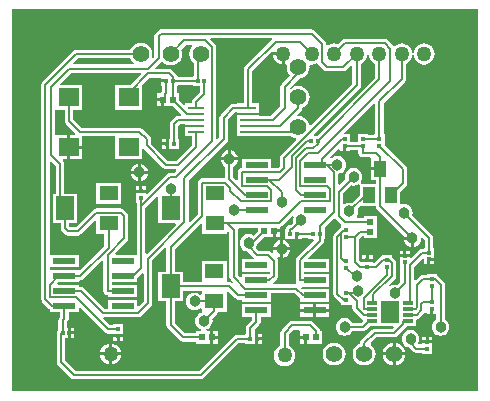
<source format=gtl>
G04 Layer_Physical_Order=1*
G04 Layer_Color=255*
%FSLAX24Y24*%
%MOIN*%
G70*
G01*
G75*
%ADD10R,0.0630X0.0512*%
%ADD11R,0.0630X0.0787*%
%ADD12R,0.0134X0.0142*%
%ADD13R,0.0213X0.0236*%
%ADD14R,0.0780X0.0210*%
%ADD15R,0.0708X0.0629*%
%ADD16R,0.0520X0.0110*%
%ADD17R,0.0236X0.0213*%
%ADD18R,0.0320X0.0120*%
%ADD19R,0.0630X0.0740*%
%ADD20R,0.0142X0.0134*%
%ADD21R,0.0394X0.0551*%
%ADD22C,0.0080*%
%ADD23C,0.0550*%
%ADD24C,0.0500*%
%ADD25C,0.0380*%
G36*
X0Y0D02*
X-15550D01*
Y12750D01*
X0D01*
Y0D01*
D02*
G37*
%LPC*%
G36*
X-11829Y1800D02*
X-11950D01*
Y1683D01*
X-11829D01*
Y1800D01*
D02*
G37*
G36*
X-12050D02*
X-12171D01*
Y1683D01*
X-12050D01*
Y1800D01*
D02*
G37*
G36*
X-1529Y1817D02*
X-1650D01*
Y1700D01*
X-1529D01*
Y1817D01*
D02*
G37*
G36*
X-1750D02*
X-1871D01*
Y1700D01*
X-1750D01*
Y1817D01*
D02*
G37*
G36*
X-5789Y1750D02*
X-5945D01*
Y1582D01*
X-5789D01*
Y1750D01*
D02*
G37*
G36*
X-2750Y1622D02*
Y1300D01*
X-2428D01*
X-2435Y1348D01*
X-2472Y1439D01*
X-2533Y1517D01*
X-2611Y1578D01*
X-2702Y1615D01*
X-2750Y1622D01*
D02*
G37*
G36*
X-2850D02*
X-2898Y1615D01*
X-2989Y1578D01*
X-3067Y1517D01*
X-3128Y1439D01*
X-3165Y1348D01*
X-3172Y1300D01*
X-2850D01*
Y1622D01*
D02*
G37*
G36*
X-8668Y1750D02*
X-8824D01*
Y1582D01*
X-8668D01*
Y1750D01*
D02*
G37*
G36*
X-7206Y1700D02*
X-7323D01*
Y1579D01*
X-7206D01*
Y1700D01*
D02*
G37*
G36*
X-13463Y1900D02*
X-13580D01*
Y1779D01*
X-13463D01*
Y1900D01*
D02*
G37*
G36*
X-5503Y2905D02*
X-5943D01*
Y2750D01*
X-5503D01*
Y2905D01*
D02*
G37*
G36*
X-4963D02*
X-5403D01*
Y2750D01*
X-4963D01*
Y2905D01*
D02*
G37*
G36*
X-5503Y2650D02*
X-5943D01*
Y2495D01*
X-5503D01*
Y2650D01*
D02*
G37*
G36*
X-4963D02*
X-5403D01*
Y2495D01*
X-4963D01*
Y2650D01*
D02*
G37*
G36*
X-1472Y4350D02*
X-1593D01*
Y4233D01*
X-1472D01*
Y4350D01*
D02*
G37*
G36*
X-8668Y2018D02*
X-8824D01*
Y1850D01*
X-8668D01*
Y2018D01*
D02*
G37*
G36*
X-7206Y1921D02*
X-7323D01*
Y1800D01*
X-7206D01*
Y1921D01*
D02*
G37*
G36*
X-5600Y2343D02*
X-5600Y2343D01*
X-6210D01*
X-6210Y2343D01*
X-6264Y2332D01*
X-6310Y2301D01*
X-6310Y2301D01*
X-6551Y2060D01*
X-6582Y2014D01*
X-6593Y1960D01*
X-6593Y1960D01*
Y1520D01*
X-6627Y1506D01*
X-6700Y1450D01*
X-6756Y1377D01*
X-6791Y1291D01*
X-6803Y1200D01*
X-6791Y1109D01*
X-6756Y1023D01*
X-6700Y950D01*
X-6627Y894D01*
X-6541Y859D01*
X-6450Y847D01*
X-6359Y859D01*
X-6273Y894D01*
X-6200Y950D01*
X-6144Y1023D01*
X-6109Y1109D01*
X-6097Y1200D01*
X-6109Y1291D01*
X-6144Y1377D01*
X-6200Y1450D01*
X-6273Y1506D01*
X-6307Y1520D01*
Y1900D01*
X-6150Y2057D01*
X-5971D01*
X-5945Y2018D01*
Y1850D01*
X-5739D01*
Y1800D01*
X-5689D01*
Y1582D01*
X-5194D01*
Y2018D01*
X-5261D01*
X-5268Y2055D01*
X-5299Y2101D01*
X-5299Y2101D01*
X-5499Y2301D01*
X-5545Y2332D01*
X-5600Y2343D01*
D02*
G37*
G36*
X-13463Y2121D02*
X-13580D01*
Y2000D01*
X-13463D01*
Y2121D01*
D02*
G37*
G36*
X-12300Y1200D02*
X-12596D01*
X-12591Y1159D01*
X-12556Y1073D01*
X-12500Y1000D01*
X-12427Y944D01*
X-12341Y909D01*
X-12300Y904D01*
Y1200D01*
D02*
G37*
G36*
X-11904D02*
X-12200D01*
Y904D01*
X-12159Y909D01*
X-12073Y944D01*
X-12000Y1000D01*
X-11944Y1073D01*
X-11909Y1159D01*
X-11904Y1200D01*
D02*
G37*
G36*
X-2850D02*
X-3172D01*
X-3165Y1152D01*
X-3128Y1061D01*
X-3067Y983D01*
X-2989Y922D01*
X-2898Y885D01*
X-2850Y878D01*
Y1200D01*
D02*
G37*
G36*
X-2428D02*
X-2750D01*
Y878D01*
X-2702Y885D01*
X-2611Y922D01*
X-2533Y983D01*
X-2472Y1061D01*
X-2435Y1152D01*
X-2428Y1200D01*
D02*
G37*
G36*
X-2250Y2042D02*
X-2326Y2033D01*
X-2396Y2003D01*
X-2457Y1957D01*
X-2503Y1896D01*
X-2533Y1826D01*
X-2542Y1750D01*
X-2533Y1674D01*
X-2503Y1604D01*
X-2457Y1543D01*
X-2396Y1497D01*
X-2326Y1467D01*
X-2318Y1467D01*
X-2180Y1329D01*
X-2180Y1329D01*
X-2134Y1298D01*
X-2080Y1287D01*
X-2080Y1287D01*
X-1871D01*
Y1263D01*
X-1529D01*
Y1483D01*
Y1600D01*
X-1700D01*
X-1871D01*
Y1572D01*
X-1958D01*
X-1967Y1579D01*
X-1989Y1622D01*
X-1967Y1674D01*
X-1957Y1750D01*
X-1967Y1826D01*
X-1997Y1896D01*
X-2043Y1957D01*
X-2104Y2003D01*
X-2174Y2033D01*
X-2250Y2042D01*
D02*
G37*
G36*
X-12200Y1596D02*
Y1300D01*
X-11904D01*
X-11909Y1341D01*
X-11944Y1427D01*
X-12000Y1500D01*
X-12073Y1556D01*
X-12159Y1591D01*
X-12200Y1596D01*
D02*
G37*
G36*
X-5550Y12073D02*
X-5550Y12073D01*
X-10570D01*
X-10570Y12073D01*
X-10625Y12062D01*
X-10671Y12031D01*
X-10671Y12031D01*
X-10751Y11951D01*
X-10782Y11905D01*
X-10793Y11850D01*
X-10793Y11850D01*
Y11164D01*
X-10849Y11108D01*
X-10891Y11136D01*
X-10885Y11152D01*
X-10872Y11250D01*
X-10885Y11348D01*
X-10922Y11439D01*
X-10983Y11517D01*
X-11061Y11578D01*
X-11152Y11615D01*
X-11250Y11628D01*
X-11348Y11615D01*
X-11439Y11578D01*
X-11517Y11517D01*
X-11578Y11439D01*
X-11597Y11393D01*
X-13400D01*
X-13400Y11393D01*
X-13455Y11382D01*
X-13501Y11351D01*
X-13501Y11351D01*
X-14524Y10328D01*
X-14555Y10281D01*
X-14566Y10227D01*
X-14566Y10227D01*
Y3073D01*
X-14566Y3073D01*
X-14555Y3019D01*
X-14524Y2972D01*
X-14301Y2749D01*
X-14301Y2749D01*
X-14283Y2737D01*
Y2645D01*
X-13936D01*
Y2486D01*
X-13951Y2471D01*
X-13982Y2425D01*
X-13993Y2370D01*
X-13993Y2370D01*
Y2121D01*
X-14017D01*
Y2027D01*
X-14032Y2005D01*
X-14043Y1950D01*
Y980D01*
X-14043Y980D01*
X-14032Y925D01*
X-14001Y879D01*
X-13571Y449D01*
X-13571Y449D01*
X-13525Y418D01*
X-13470Y407D01*
X-13470Y407D01*
X-9250D01*
X-9250Y407D01*
X-9195Y418D01*
X-9149Y449D01*
X-7991Y1607D01*
X-7760D01*
Y1579D01*
X-7423D01*
Y1750D01*
Y1921D01*
X-7451D01*
Y2061D01*
X-7292Y2219D01*
X-7292Y2219D01*
X-7261Y2265D01*
X-7251Y2320D01*
X-7251Y2320D01*
Y2495D01*
X-6903D01*
Y2905D01*
X-7883D01*
Y2495D01*
X-7536D01*
Y2379D01*
X-7694Y2221D01*
X-7725Y2175D01*
X-7736Y2120D01*
X-7736Y2120D01*
Y1921D01*
X-7760D01*
Y1893D01*
X-8050D01*
X-8105Y1882D01*
X-8151Y1851D01*
X-8151Y1851D01*
X-9309Y693D01*
X-13411D01*
X-13757Y1039D01*
Y1779D01*
X-13680D01*
Y1950D01*
Y2121D01*
X-13707D01*
Y2311D01*
X-13692Y2326D01*
X-13692Y2326D01*
X-13661Y2372D01*
X-13651Y2427D01*
X-13651Y2427D01*
Y2645D01*
X-13303D01*
Y2766D01*
X-13257Y2785D01*
X-12441Y1970D01*
X-12441Y1970D01*
X-12395Y1939D01*
X-12340Y1928D01*
X-12340Y1928D01*
X-12171D01*
Y1900D01*
X-12000D01*
X-11829D01*
Y1904D01*
Y2237D01*
X-12171D01*
Y2213D01*
X-12281D01*
X-12495Y2427D01*
X-12475Y2477D01*
X-11340D01*
X-11340Y2477D01*
X-11285Y2488D01*
X-11239Y2519D01*
X-10909Y2849D01*
X-10909Y2849D01*
X-10878Y2895D01*
X-10867Y2950D01*
Y4371D01*
X-10443Y4795D01*
X-10393Y4775D01*
Y3994D01*
X-10665D01*
Y3006D01*
X-10393D01*
Y2210D01*
X-10393Y2210D01*
X-10382Y2155D01*
X-10351Y2109D01*
X-9941Y1699D01*
X-9941Y1699D01*
X-9895Y1668D01*
X-9840Y1657D01*
X-9840Y1657D01*
X-9419D01*
Y1582D01*
X-8924D01*
Y1800D01*
Y2018D01*
X-9046D01*
X-9056Y2068D01*
X-8999Y2092D01*
X-8938Y2138D01*
X-8892Y2199D01*
X-8862Y2269D01*
X-8852Y2345D01*
X-8862Y2421D01*
X-8864Y2424D01*
X-8692Y2596D01*
X-8692Y2596D01*
X-8661Y2642D01*
X-8661Y2644D01*
X-8378D01*
Y3306D01*
X-8328Y3326D01*
X-8101Y3099D01*
X-8101Y3099D01*
X-8055Y3068D01*
X-8000Y3057D01*
X-8000Y3057D01*
X-7883D01*
Y2995D01*
X-6903D01*
Y3287D01*
X-6142D01*
X-5954Y3099D01*
X-5954Y3099D01*
X-5943Y3092D01*
Y2995D01*
X-4963D01*
Y3405D01*
X-5856D01*
X-5896Y3445D01*
X-5876Y3495D01*
X-4963D01*
Y3905D01*
X-5801D01*
Y3995D01*
X-4963D01*
Y4405D01*
X-5637D01*
X-5656Y4451D01*
X-5179Y4929D01*
X-5179Y4929D01*
X-5148Y4975D01*
X-5137Y5030D01*
X-5137Y5030D01*
Y5079D01*
X-5113D01*
Y5421D01*
X-5113D01*
X-5117Y5471D01*
X-4822Y5766D01*
X-4758Y5760D01*
X-4751Y5749D01*
X-4582Y5580D01*
X-4564Y5537D01*
X-4564Y5537D01*
Y5483D01*
X-4581Y5471D01*
X-4581Y5471D01*
X-4671Y5381D01*
X-4671Y5381D01*
X-4791Y5261D01*
X-4822Y5215D01*
X-4833Y5160D01*
X-4833Y5160D01*
Y3260D01*
X-4833Y3260D01*
X-4822Y3205D01*
X-4791Y3159D01*
X-4581Y2949D01*
X-4581Y2949D01*
X-4564Y2938D01*
Y2883D01*
X-4222D01*
X-4193Y2845D01*
Y2780D01*
X-4193Y2780D01*
X-4182Y2725D01*
X-4151Y2679D01*
X-3921Y2449D01*
X-3921Y2449D01*
X-3875Y2418D01*
X-3858Y2415D01*
X-3841Y2361D01*
X-3909Y2293D01*
X-4195D01*
X-4197Y2296D01*
X-4243Y2357D01*
X-4304Y2403D01*
X-4374Y2433D01*
X-4450Y2442D01*
X-4526Y2433D01*
X-4596Y2403D01*
X-4657Y2357D01*
X-4703Y2296D01*
X-4733Y2226D01*
X-4742Y2150D01*
X-4733Y2074D01*
X-4703Y2004D01*
X-4657Y1943D01*
X-4596Y1897D01*
X-4526Y1867D01*
X-4450Y1857D01*
X-4374Y1867D01*
X-4304Y1897D01*
X-4243Y1943D01*
X-4197Y2004D01*
X-4195Y2007D01*
X-3850D01*
X-3850Y2007D01*
X-3795Y2018D01*
X-3749Y2049D01*
X-3608Y2190D01*
X-3358D01*
Y2180D01*
X-2827D01*
X-2808Y2134D01*
X-2849Y2093D01*
X-3450D01*
X-3450Y2093D01*
X-3505Y2082D01*
X-3551Y2051D01*
X-3551Y2051D01*
X-3901Y1701D01*
X-3932Y1655D01*
X-3943Y1600D01*
X-3943Y1600D01*
Y1597D01*
X-3989Y1578D01*
X-4067Y1517D01*
X-4128Y1439D01*
X-4165Y1348D01*
X-4178Y1250D01*
X-4165Y1152D01*
X-4128Y1061D01*
X-4067Y983D01*
X-3989Y922D01*
X-3898Y885D01*
X-3800Y872D01*
X-3702Y885D01*
X-3611Y922D01*
X-3533Y983D01*
X-3472Y1061D01*
X-3435Y1152D01*
X-3422Y1250D01*
X-3435Y1348D01*
X-3472Y1439D01*
X-3533Y1517D01*
X-3576Y1551D01*
X-3581Y1617D01*
X-3391Y1807D01*
X-2790D01*
X-2790Y1807D01*
X-2735Y1818D01*
X-2689Y1849D01*
X-2399Y2139D01*
X-2399Y2139D01*
X-2368Y2185D01*
X-2367Y2190D01*
X-2083D01*
Y2374D01*
X-2050Y2407D01*
X-1995Y2418D01*
X-1949Y2449D01*
X-1791Y2608D01*
X-1791Y2608D01*
X-1771Y2637D01*
X-1721Y2622D01*
Y2583D01*
X-1600D01*
Y2750D01*
X-1500D01*
Y2583D01*
X-1393D01*
Y2405D01*
X-1396Y2403D01*
X-1457Y2357D01*
X-1503Y2296D01*
X-1533Y2226D01*
X-1542Y2150D01*
X-1533Y2074D01*
X-1503Y2004D01*
X-1457Y1943D01*
X-1396Y1897D01*
X-1326Y1867D01*
X-1250Y1857D01*
X-1174Y1867D01*
X-1104Y1897D01*
X-1043Y1943D01*
X-997Y2004D01*
X-967Y2074D01*
X-957Y2150D01*
X-967Y2226D01*
X-997Y2296D01*
X-1043Y2357D01*
X-1104Y2403D01*
X-1107Y2405D01*
Y3550D01*
X-1107Y3550D01*
X-1118Y3605D01*
X-1149Y3651D01*
X-1149Y3651D01*
X-1349Y3851D01*
X-1379Y3871D01*
Y3917D01*
X-1721D01*
Y3893D01*
X-1840D01*
X-1840Y3893D01*
X-1895Y3882D01*
X-1941Y3851D01*
X-1941Y3851D01*
X-2081Y3711D01*
X-2127Y3730D01*
Y4161D01*
X-1864Y4424D01*
X-1814Y4403D01*
Y4233D01*
X-1693D01*
Y4400D01*
X-1643D01*
Y4450D01*
X-1472D01*
Y4454D01*
Y4787D01*
X-1501D01*
Y5123D01*
X-1511Y5178D01*
X-1542Y5224D01*
X-1542Y5224D01*
X-2199Y5881D01*
X-2197Y5884D01*
X-2188Y5960D01*
X-2197Y6036D01*
X-2227Y6106D01*
X-2273Y6167D01*
X-2334Y6213D01*
X-2404Y6243D01*
X-2480Y6252D01*
X-2553Y6243D01*
X-2566Y6243D01*
X-2603Y6268D01*
Y6645D01*
X-2399Y6849D01*
X-2399Y6849D01*
X-2368Y6895D01*
X-2357Y6950D01*
Y7400D01*
X-2357Y7400D01*
X-2368Y7455D01*
X-2399Y7501D01*
X-2399Y7501D01*
X-3122Y8224D01*
Y8567D01*
X-3151D01*
Y9621D01*
X-2449Y10322D01*
X-2418Y10369D01*
X-2407Y10423D01*
X-2407Y10423D01*
Y10930D01*
X-2373Y10944D01*
X-2300Y11000D01*
X-2244Y11073D01*
X-2209Y11159D01*
X-2200Y11225D01*
X-2200Y11225D01*
X-2150D01*
X-2150Y11225D01*
X-2141Y11159D01*
X-2106Y11073D01*
X-2050Y11000D01*
X-1977Y10944D01*
X-1891Y10909D01*
X-1800Y10897D01*
X-1709Y10909D01*
X-1623Y10944D01*
X-1550Y11000D01*
X-1494Y11073D01*
X-1459Y11159D01*
X-1447Y11250D01*
X-1459Y11341D01*
X-1494Y11427D01*
X-1550Y11500D01*
X-1623Y11556D01*
X-1709Y11591D01*
X-1800Y11603D01*
X-1891Y11591D01*
X-1977Y11556D01*
X-2050Y11500D01*
X-2106Y11427D01*
X-2141Y11341D01*
X-2150Y11275D01*
X-2150Y11275D01*
X-2200D01*
X-2200Y11275D01*
X-2209Y11341D01*
X-2244Y11427D01*
X-2300Y11500D01*
X-2373Y11556D01*
X-2459Y11591D01*
X-2550Y11603D01*
X-2641Y11591D01*
X-2727Y11556D01*
X-2779Y11516D01*
X-2793Y11512D01*
X-2835Y11519D01*
X-2844Y11524D01*
X-2849Y11531D01*
X-2849Y11531D01*
X-3019Y11701D01*
X-3065Y11732D01*
X-3120Y11743D01*
X-3120Y11743D01*
X-4450D01*
X-4450Y11743D01*
X-4505Y11732D01*
X-4551Y11701D01*
X-4551Y11701D01*
X-4675Y11577D01*
X-4709Y11591D01*
X-4800Y11603D01*
X-4891Y11591D01*
X-4977Y11556D01*
X-5007Y11532D01*
X-5057Y11557D01*
Y11580D01*
X-5057Y11580D01*
X-5068Y11635D01*
X-5099Y11681D01*
X-5099Y11681D01*
X-5449Y12031D01*
X-5495Y12062D01*
X-5550Y12073D01*
D02*
G37*
G36*
X-4800Y1628D02*
X-4898Y1615D01*
X-4989Y1578D01*
X-5067Y1517D01*
X-5128Y1439D01*
X-5165Y1348D01*
X-5178Y1250D01*
X-5165Y1152D01*
X-5128Y1061D01*
X-5067Y983D01*
X-4989Y922D01*
X-4898Y885D01*
X-4800Y872D01*
X-4702Y885D01*
X-4611Y922D01*
X-4533Y983D01*
X-4472Y1061D01*
X-4435Y1152D01*
X-4422Y1250D01*
X-4435Y1348D01*
X-4472Y1439D01*
X-4533Y1517D01*
X-4611Y1578D01*
X-4702Y1615D01*
X-4800Y1628D01*
D02*
G37*
G36*
X-12300Y1596D02*
X-12341Y1591D01*
X-12427Y1556D01*
X-12500Y1500D01*
X-12556Y1427D01*
X-12591Y1341D01*
X-12596Y1300D01*
X-12300D01*
Y1596D01*
D02*
G37*
%LPD*%
G36*
X-9202Y5581D02*
Y5244D01*
X-8372D01*
Y5324D01*
X-8325Y5344D01*
X-8293Y5311D01*
Y3820D01*
X-8293Y3820D01*
X-8282Y3765D01*
X-8251Y3719D01*
X-8181Y3649D01*
X-8212Y3610D01*
X-8245Y3632D01*
X-8300Y3643D01*
X-8300Y3643D01*
X-8329D01*
X-8378Y3644D01*
X-8378Y3693D01*
Y4356D01*
X-9208D01*
X-9208Y3644D01*
X-9258Y3643D01*
X-9835D01*
Y3994D01*
X-10107D01*
Y4741D01*
X-9248Y5600D01*
X-9202Y5581D01*
D02*
G37*
G36*
X-9510Y10179D02*
X-9266D01*
Y9986D01*
X-9501Y9751D01*
X-9532Y9705D01*
X-9543Y9650D01*
X-9543Y9650D01*
Y9599D01*
X-9760D01*
Y9573D01*
X-9806Y9554D01*
X-9968Y9716D01*
Y9938D01*
X-10030D01*
Y10179D01*
X-10006D01*
Y10207D01*
X-9510D01*
Y10179D01*
D02*
G37*
G36*
X-6865Y11737D02*
X-7769Y10833D01*
X-7800Y10787D01*
X-7810Y10732D01*
X-7810Y10732D01*
Y9599D01*
X-8028D01*
Y9586D01*
X-8156D01*
X-8156Y9586D01*
X-8211Y9576D01*
X-8257Y9545D01*
X-8257Y9545D01*
X-8581Y9221D01*
X-8612Y9175D01*
X-8623Y9120D01*
X-8623Y9120D01*
Y8469D01*
X-8681Y8411D01*
X-8727Y8430D01*
Y11470D01*
X-8727Y11470D01*
X-8738Y11525D01*
X-8769Y11571D01*
X-8769Y11571D01*
X-8939Y11741D01*
X-8920Y11787D01*
X-6884D01*
X-6865Y11737D01*
D02*
G37*
G36*
X-14083Y7521D02*
Y6594D01*
X-14187D01*
Y5606D01*
X-13914D01*
Y5442D01*
X-13914Y5442D01*
X-13904Y5387D01*
X-13873Y5341D01*
X-13771Y5239D01*
X-13771Y5239D01*
X-13725Y5208D01*
X-13670Y5197D01*
X-13670Y5197D01*
X-13350D01*
X-13350Y5197D01*
X-13295Y5208D01*
X-13249Y5239D01*
X-12776Y5712D01*
X-12730Y5693D01*
Y5244D01*
X-12458D01*
Y4854D01*
X-13270Y4041D01*
X-13303Y4055D01*
Y4055D01*
X-14281D01*
Y4145D01*
X-13303D01*
Y4555D01*
X-14281D01*
Y7653D01*
X-14234Y7672D01*
X-14083Y7521D01*
D02*
G37*
G36*
X-5337Y10921D02*
X-5331Y10914D01*
X-5301Y10869D01*
X-5141Y10709D01*
X-5141Y10709D01*
X-5095Y10678D01*
X-5040Y10667D01*
X-5040Y10667D01*
X-4490D01*
X-4490Y10667D01*
X-4435Y10678D01*
X-4389Y10709D01*
X-4239Y10859D01*
X-4193Y10840D01*
Y10259D01*
X-5585Y8867D01*
X-5633Y8883D01*
X-5635Y8898D01*
X-5672Y8989D01*
X-5733Y9067D01*
X-5811Y9128D01*
X-5902Y9165D01*
X-5999Y9178D01*
X-6011Y9193D01*
X-6026Y9223D01*
X-5899Y9349D01*
X-5899Y9349D01*
X-5868Y9395D01*
X-5857Y9450D01*
Y9453D01*
X-5811Y9472D01*
X-5733Y9533D01*
X-5672Y9611D01*
X-5635Y9702D01*
X-5622Y9800D01*
X-5635Y9898D01*
X-5672Y9989D01*
X-5733Y10067D01*
X-5811Y10128D01*
X-5902Y10165D01*
X-6000Y10178D01*
X-6098Y10165D01*
X-6189Y10128D01*
X-6235Y10092D01*
X-6268Y10130D01*
X-5973Y10425D01*
X-5902Y10435D01*
X-5811Y10472D01*
X-5733Y10533D01*
X-5672Y10611D01*
X-5635Y10702D01*
X-5622Y10800D01*
X-5629Y10857D01*
X-5585Y10902D01*
X-5550Y10897D01*
X-5459Y10909D01*
X-5387Y10938D01*
X-5337Y10921D01*
D02*
G37*
G36*
X-11578Y11061D02*
X-11517Y10983D01*
X-11479Y10953D01*
X-11496Y10903D01*
X-13480D01*
X-13499Y10949D01*
X-13341Y11107D01*
X-11597D01*
X-11578Y11061D01*
D02*
G37*
G36*
X-9525Y11507D02*
X-9578Y11439D01*
X-9615Y11348D01*
X-9628Y11250D01*
X-9615Y11152D01*
X-9578Y11061D01*
X-9517Y10983D01*
X-9486Y10958D01*
Y10521D01*
X-9510D01*
Y10493D01*
X-10006D01*
Y10521D01*
X-10040D01*
X-10041Y10527D01*
X-10072Y10574D01*
X-10072Y10574D01*
X-10199Y10701D01*
X-10245Y10732D01*
X-10300Y10743D01*
X-10300Y10743D01*
X-10745D01*
X-10764Y10789D01*
X-10576Y10977D01*
X-10518Y10982D01*
X-10508Y10976D01*
X-10439Y10922D01*
X-10348Y10885D01*
X-10250Y10872D01*
X-10152Y10885D01*
X-10061Y10922D01*
X-9983Y10983D01*
X-9922Y11061D01*
X-9885Y11152D01*
X-9872Y11250D01*
X-9885Y11348D01*
X-9904Y11394D01*
X-9741Y11557D01*
X-9541D01*
X-9525Y11507D01*
D02*
G37*
G36*
X-9208Y3356D02*
X-9208Y3239D01*
X-9258Y3218D01*
X-9304Y3253D01*
X-9374Y3283D01*
X-9450Y3293D01*
X-9526Y3283D01*
X-9596Y3253D01*
X-9657Y3207D01*
X-9703Y3146D01*
X-9733Y3076D01*
X-9743Y3000D01*
X-9733Y2924D01*
X-9703Y2854D01*
X-9657Y2793D01*
X-9596Y2747D01*
X-9526Y2717D01*
X-9450Y2707D01*
X-9374Y2717D01*
X-9304Y2747D01*
X-9258Y2782D01*
X-9208Y2761D01*
Y2644D01*
X-9247Y2617D01*
X-9291Y2598D01*
X-9352Y2552D01*
X-9398Y2491D01*
X-9428Y2421D01*
X-9438Y2345D01*
X-9428Y2269D01*
X-9398Y2199D01*
X-9352Y2138D01*
X-9291Y2092D01*
X-9234Y2068D01*
X-9244Y2018D01*
X-9419D01*
Y1943D01*
X-9781D01*
X-10107Y2269D01*
Y3006D01*
X-9835D01*
Y3357D01*
X-9258D01*
X-9208Y3356D01*
D02*
G37*
G36*
X-12493Y4350D02*
Y3350D01*
X-12482Y3295D01*
X-12451Y3249D01*
X-12405Y3218D01*
X-12350Y3207D01*
X-12343D01*
Y3145D01*
X-11363D01*
Y3555D01*
X-12207D01*
Y3645D01*
X-11363D01*
Y3785D01*
X-11199Y3949D01*
X-11153Y3930D01*
Y3009D01*
X-11317Y2845D01*
X-11363Y2864D01*
Y3055D01*
X-12343D01*
Y2763D01*
X-12451D01*
X-13139Y3451D01*
X-13185Y3482D01*
X-13240Y3493D01*
X-13240Y3493D01*
X-13303D01*
Y3555D01*
X-14021D01*
X-14040Y3601D01*
X-13996Y3645D01*
X-13303D01*
Y3688D01*
X-13260Y3707D01*
X-13205Y3718D01*
X-13159Y3749D01*
X-12539Y4369D01*
X-12493Y4350D01*
D02*
G37*
G36*
X-4400Y8013D02*
X-4279D01*
Y8037D01*
X-4021D01*
Y8013D01*
X-3993D01*
Y7950D01*
X-3982Y7895D01*
X-3951Y7849D01*
X-3905Y7818D01*
X-3850Y7807D01*
X-3614D01*
X-3571Y7792D01*
Y7466D01*
X-3274D01*
Y7366D01*
X-3571D01*
Y7041D01*
X-3417D01*
Y6926D01*
X-3894D01*
X-3918Y6976D01*
X-3897Y7004D01*
X-3867Y7074D01*
X-3857Y7150D01*
X-3867Y7226D01*
X-3897Y7296D01*
X-3943Y7357D01*
X-4004Y7403D01*
X-4074Y7433D01*
X-4150Y7442D01*
X-4226Y7433D01*
X-4296Y7403D01*
X-4357Y7357D01*
X-4403Y7296D01*
X-4433Y7226D01*
X-4442Y7150D01*
X-4433Y7074D01*
X-4431Y7071D01*
X-4621Y6881D01*
X-4667Y6900D01*
Y7260D01*
X-4614Y7267D01*
X-4544Y7297D01*
X-4483Y7343D01*
X-4437Y7404D01*
X-4407Y7474D01*
X-4397Y7550D01*
X-4407Y7626D01*
X-4437Y7696D01*
X-4483Y7757D01*
X-4544Y7803D01*
X-4614Y7833D01*
X-4690Y7843D01*
X-4766Y7833D01*
X-4836Y7803D01*
X-4880Y7770D01*
X-4929Y7780D01*
X-4938Y7786D01*
X-4944Y7804D01*
X-4667Y8081D01*
X-4621Y8062D01*
Y8013D01*
X-4500D01*
Y8180D01*
X-4400D01*
Y8013D01*
D02*
G37*
G36*
X-3417Y6174D02*
X-3406Y6119D01*
X-3375Y6073D01*
X-2481Y5179D01*
X-2483Y5176D01*
X-2486Y5150D01*
X-2200D01*
Y5100D01*
X-2150D01*
Y4814D01*
X-2124Y4817D01*
X-2054Y4847D01*
X-1993Y4893D01*
X-1947Y4954D01*
X-1917Y5024D01*
X-1908Y5100D01*
X-1910Y5117D01*
X-1862Y5141D01*
X-1786Y5064D01*
Y4787D01*
X-1814D01*
Y4763D01*
X-1870D01*
X-1924Y4752D01*
X-1970Y4721D01*
X-1970Y4721D01*
X-2233Y4459D01*
X-2261Y4470D01*
X-2450D01*
X-2621D01*
Y4354D01*
Y4133D01*
X-2593D01*
Y3659D01*
X-2701Y3551D01*
X-2704Y3553D01*
X-2780Y3562D01*
X-2856Y3553D01*
X-2926Y3523D01*
X-2959Y3561D01*
X-2769Y3751D01*
X-2769Y3751D01*
X-2738Y3797D01*
X-2727Y3852D01*
Y4280D01*
X-2738Y4335D01*
X-2769Y4381D01*
X-2769Y4381D01*
X-2859Y4471D01*
X-2872Y4480D01*
Y4537D01*
X-3214D01*
Y4506D01*
X-3234Y4502D01*
X-3280Y4471D01*
X-3280Y4471D01*
X-3459Y4293D01*
X-3522D01*
Y4320D01*
X-3693D01*
X-3902D01*
X-3912Y4316D01*
X-3914Y4316D01*
X-3957Y4359D01*
Y5091D01*
X-3879Y5169D01*
X-3818D01*
Y5105D01*
X-3382D01*
Y5444D01*
Y5856D01*
X-3818D01*
Y5793D01*
X-4030D01*
X-4055Y5843D01*
X-4047Y5854D01*
X-4017Y5924D01*
X-4008Y6000D01*
X-4017Y6076D01*
X-4019Y6079D01*
X-3924Y6174D01*
X-3464D01*
X-3417Y6174D01*
D02*
G37*
G36*
X-7345Y5346D02*
X-7494Y5196D01*
X-7504Y5203D01*
X-7574Y5233D01*
X-7650Y5242D01*
X-7726Y5233D01*
X-7796Y5203D01*
X-7857Y5157D01*
X-7903Y5096D01*
X-7933Y5026D01*
X-7943Y4950D01*
X-7933Y4874D01*
X-7903Y4804D01*
X-7857Y4743D01*
X-7796Y4697D01*
X-7726Y4667D01*
X-7674Y4661D01*
X-7468Y4455D01*
X-7472Y4431D01*
X-7486Y4405D01*
X-7883D01*
Y3995D01*
X-6943D01*
Y3919D01*
X-6957Y3905D01*
X-7883D01*
Y3821D01*
X-7929Y3801D01*
X-8007Y3879D01*
Y5370D01*
X-8007Y5370D01*
X-8015Y5407D01*
X-7984Y5457D01*
X-7345D01*
Y5346D01*
D02*
G37*
G36*
X-13786Y9020D02*
X-13786Y9020D01*
X-13775Y8965D01*
X-13744Y8919D01*
X-13433Y8608D01*
X-13452Y8561D01*
X-13593D01*
Y8197D01*
X-13189D01*
Y8507D01*
X-12097D01*
Y7732D01*
X-11189D01*
Y8069D01*
X-11185Y8072D01*
X-11139Y8087D01*
X-10501Y7449D01*
X-10501Y7449D01*
X-10455Y7418D01*
X-10400Y7407D01*
X-10400Y7407D01*
X-10080D01*
X-10061Y7361D01*
X-10129Y7293D01*
X-10263D01*
X-10263Y7293D01*
X-10318Y7282D01*
X-10364Y7251D01*
X-10364Y7251D01*
X-11026Y6589D01*
X-11072Y6608D01*
Y6620D01*
X-11243D01*
X-11414D01*
Y6504D01*
Y6283D01*
X-11386D01*
Y6170D01*
X-11386Y6170D01*
X-11386Y6170D01*
Y4555D01*
X-12088D01*
X-12107Y4601D01*
X-11709Y4999D01*
X-11709Y4999D01*
X-11678Y5045D01*
X-11667Y5100D01*
Y5850D01*
X-11678Y5905D01*
X-11709Y5951D01*
X-11709Y5951D01*
X-11819Y6061D01*
X-11865Y6092D01*
X-11920Y6103D01*
X-11920Y6103D01*
X-12730D01*
X-12785Y6092D01*
X-12831Y6061D01*
X-12831Y6061D01*
X-13409Y5483D01*
X-13611D01*
X-13629Y5501D01*
Y5606D01*
X-13357D01*
Y6594D01*
X-13797D01*
Y7580D01*
X-13797Y7580D01*
X-13808Y7635D01*
X-13839Y7681D01*
X-13839Y7681D01*
X-13844Y7686D01*
X-13825Y7732D01*
X-13693D01*
Y8147D01*
Y8561D01*
X-14095D01*
Y9385D01*
X-13786D01*
Y9020D01*
D02*
G37*
G36*
X-3945Y6879D02*
Y6557D01*
X-4221Y6281D01*
X-4224Y6283D01*
X-4300Y6292D01*
X-4376Y6283D01*
X-4446Y6253D01*
X-4457Y6245D01*
X-4507Y6270D01*
Y6591D01*
X-4229Y6869D01*
X-4226Y6867D01*
X-4150Y6858D01*
X-4074Y6867D01*
X-4004Y6897D01*
X-3995Y6903D01*
X-3945Y6879D01*
D02*
G37*
G36*
X-3641Y11159D02*
X-3606Y11073D01*
X-3550Y11000D01*
X-3477Y10944D01*
X-3443Y10930D01*
Y10459D01*
X-5381Y8521D01*
X-5462D01*
X-5481Y8567D01*
X-3949Y10099D01*
X-3949Y10099D01*
X-3918Y10145D01*
X-3907Y10200D01*
X-3907Y10200D01*
Y10930D01*
X-3873Y10944D01*
X-3800Y11000D01*
X-3744Y11073D01*
X-3709Y11159D01*
X-3700Y11225D01*
X-3650D01*
X-3641Y11159D01*
D02*
G37*
G36*
X-6894Y11300D02*
X-6500D01*
Y11250D01*
X-6450D01*
Y10904D01*
X-6413Y10908D01*
X-6403Y10904D01*
X-6369Y10871D01*
X-6378Y10800D01*
X-6365Y10702D01*
X-6328Y10611D01*
X-6268Y10534D01*
X-6551Y10251D01*
X-6582Y10205D01*
X-6593Y10150D01*
X-6593Y10150D01*
Y9509D01*
X-6909Y9193D01*
X-7308D01*
Y9205D01*
X-8028D01*
Y8895D01*
Y8501D01*
X-7308D01*
Y8514D01*
X-6243D01*
X-6189Y8472D01*
X-6098Y8435D01*
X-6083Y8433D01*
X-6067Y8385D01*
X-6561Y7891D01*
X-6592Y7845D01*
X-6603Y7790D01*
X-6603Y7790D01*
Y7519D01*
X-6679Y7443D01*
X-6893D01*
Y7755D01*
X-7873D01*
Y7443D01*
X-7928Y7432D01*
X-7974Y7401D01*
X-8005Y7355D01*
X-8016Y7300D01*
Y7057D01*
X-8062Y7038D01*
X-8157Y7133D01*
Y7495D01*
X-8154Y7497D01*
X-8093Y7543D01*
X-8047Y7604D01*
X-8017Y7674D01*
X-8014Y7700D01*
X-8586D01*
X-8583Y7674D01*
X-8553Y7604D01*
X-8507Y7543D01*
X-8446Y7497D01*
X-8443Y7495D01*
Y7103D01*
X-9210D01*
X-9265Y7092D01*
X-9311Y7061D01*
X-9342Y7015D01*
X-9353Y6960D01*
Y5899D01*
X-9597Y5655D01*
X-9647Y5675D01*
Y7041D01*
X-8379Y8309D01*
X-8379Y8309D01*
X-8348Y8355D01*
X-8337Y8410D01*
X-8337Y8410D01*
Y9061D01*
X-8097Y9301D01*
X-8028D01*
Y9289D01*
X-7308D01*
Y9599D01*
X-7525D01*
Y10673D01*
X-6897Y11301D01*
X-6894Y11300D01*
D02*
G37*
G36*
X-6152Y5826D02*
X-6173Y5776D01*
X-6183Y5700D01*
X-6173Y5624D01*
X-6171Y5621D01*
X-6249Y5543D01*
X-6270D01*
X-6325Y5532D01*
X-6371Y5501D01*
X-6402Y5455D01*
X-6409Y5421D01*
X-6437D01*
Y5079D01*
X-6100D01*
Y5250D01*
X-6000D01*
Y5079D01*
X-5883D01*
Y5107D01*
X-5667D01*
Y5079D01*
X-5498D01*
X-5478Y5033D01*
X-6044Y4467D01*
X-6075Y4421D01*
X-6086Y4366D01*
X-6086Y4366D01*
Y3700D01*
X-6075Y3645D01*
X-6057Y3619D01*
X-6078Y3581D01*
X-6087Y3573D01*
X-6815D01*
X-6835Y3623D01*
X-6699Y3759D01*
X-6699Y3759D01*
X-6668Y3805D01*
X-6657Y3860D01*
X-6657Y3860D01*
Y4350D01*
X-6657Y4350D01*
X-6668Y4405D01*
X-6692Y4441D01*
X-6670Y4476D01*
X-6662Y4483D01*
X-6626Y4467D01*
X-6600Y4464D01*
Y4700D01*
X-6836D01*
X-6833Y4674D01*
X-6819Y4642D01*
X-6861Y4613D01*
X-6899Y4651D01*
X-6945Y4682D01*
X-7000Y4693D01*
X-7000Y4693D01*
X-7302D01*
X-7404Y4794D01*
X-7397Y4804D01*
X-7367Y4874D01*
X-7361Y4926D01*
X-7155Y5132D01*
X-6850D01*
Y5350D01*
X-6800D01*
Y5400D01*
X-6594D01*
Y5469D01*
X-6549Y5499D01*
X-6194Y5854D01*
X-6152Y5826D01*
D02*
G37*
G36*
X-11231Y10571D02*
X-11587Y10215D01*
X-12097D01*
Y9385D01*
X-11189D01*
Y10209D01*
X-10941Y10457D01*
X-10560D01*
Y10400D01*
X-10393D01*
Y10300D01*
X-10560D01*
Y10179D01*
X-10536D01*
Y10016D01*
X-10551Y10001D01*
X-10582Y9955D01*
X-10585Y9938D01*
X-10719D01*
Y9770D01*
X-10513D01*
Y9720D01*
X-10463D01*
Y9502D01*
X-10158D01*
X-9895Y9239D01*
X-9914Y9193D01*
X-10000D01*
X-10000Y9193D01*
X-10055Y9182D01*
X-10101Y9151D01*
X-10101Y9151D01*
X-10244Y9008D01*
X-10275Y8961D01*
X-10286Y8907D01*
X-10286Y8907D01*
Y8421D01*
X-10314D01*
Y8250D01*
Y8079D01*
X-9976D01*
Y8421D01*
X-10001D01*
Y8848D01*
X-9941Y8907D01*
X-9760D01*
Y8895D01*
X-9400D01*
Y8811D01*
X-9760D01*
Y8501D01*
X-9543D01*
Y8209D01*
X-10059Y7693D01*
X-10341D01*
X-10907Y8259D01*
Y8400D01*
X-10918Y8455D01*
X-10949Y8501D01*
X-10949Y8501D01*
X-11199Y8751D01*
X-11245Y8782D01*
X-11300Y8793D01*
X-11300Y8793D01*
X-13214D01*
X-13501Y9079D01*
Y9385D01*
X-13189D01*
Y10215D01*
X-13918D01*
X-13937Y10261D01*
X-13581Y10617D01*
X-11250D01*
X-11231Y10571D01*
D02*
G37*
G36*
X-10658Y6488D02*
Y5606D01*
X-10101D01*
X-10082Y5560D01*
X-11054Y4588D01*
X-11101Y4607D01*
Y6111D01*
X-10704Y6507D01*
X-10658Y6488D01*
D02*
G37*
G36*
X-3436Y9597D02*
Y8567D01*
X-3464D01*
Y8543D01*
X-3679D01*
Y8567D01*
X-4021D01*
Y8322D01*
X-4279D01*
Y8567D01*
X-4466D01*
X-4485Y8613D01*
X-3482Y9616D01*
X-3436Y9597D01*
D02*
G37*
%LPC*%
G36*
X-2500Y4687D02*
X-2621D01*
Y4570D01*
X-2500D01*
Y4687D01*
D02*
G37*
G36*
X-2279D02*
X-2400D01*
Y4570D01*
X-2279D01*
Y4687D01*
D02*
G37*
G36*
X-3743Y4537D02*
X-3864D01*
Y4420D01*
X-3743D01*
Y4537D01*
D02*
G37*
G36*
X-3522D02*
X-3643D01*
Y4420D01*
X-3522D01*
Y4537D01*
D02*
G37*
G36*
X-2250Y5050D02*
X-2486D01*
X-2483Y5024D01*
X-2453Y4954D01*
X-2407Y4893D01*
X-2346Y4847D01*
X-2276Y4817D01*
X-2250Y4814D01*
Y5050D01*
D02*
G37*
G36*
X-11250Y7586D02*
Y7350D01*
X-11014D01*
X-11017Y7376D01*
X-11047Y7446D01*
X-11093Y7507D01*
X-11154Y7553D01*
X-11224Y7583D01*
X-11250Y7586D01*
D02*
G37*
G36*
X-13189Y8097D02*
X-13593D01*
Y7732D01*
X-13189D01*
Y8097D01*
D02*
G37*
G36*
X-11350Y7586D02*
X-11376Y7583D01*
X-11446Y7553D01*
X-11507Y7507D01*
X-11553Y7446D01*
X-11583Y7376D01*
X-11586Y7350D01*
X-11350D01*
Y7586D01*
D02*
G37*
G36*
Y7250D02*
X-11586D01*
X-11583Y7224D01*
X-11553Y7154D01*
X-11507Y7093D01*
X-11446Y7047D01*
X-11376Y7017D01*
X-11350Y7014D01*
Y7250D01*
D02*
G37*
G36*
X-11014D02*
X-11250D01*
Y7014D01*
X-11224Y7017D01*
X-11154Y7047D01*
X-11093Y7093D01*
X-11047Y7154D01*
X-11017Y7224D01*
X-11014Y7250D01*
D02*
G37*
G36*
X-11072Y6837D02*
X-11193D01*
Y6720D01*
X-11072D01*
Y6837D01*
D02*
G37*
G36*
X-11900Y6956D02*
X-12730D01*
Y6244D01*
X-11900D01*
Y6956D01*
D02*
G37*
G36*
X-11293Y6837D02*
X-11414D01*
Y6720D01*
X-11293D01*
Y6837D01*
D02*
G37*
G36*
X-8350Y8036D02*
X-8376Y8033D01*
X-8446Y8003D01*
X-8507Y7957D01*
X-8553Y7896D01*
X-8583Y7826D01*
X-8586Y7800D01*
X-8350D01*
Y8036D01*
D02*
G37*
G36*
X-6550Y11200D02*
X-6846D01*
X-6841Y11159D01*
X-6806Y11073D01*
X-6750Y11000D01*
X-6677Y10944D01*
X-6591Y10909D01*
X-6550Y10904D01*
Y11200D01*
D02*
G37*
G36*
X-8250Y8036D02*
Y7800D01*
X-8014D01*
X-8017Y7826D01*
X-8047Y7896D01*
X-8093Y7957D01*
X-8154Y8003D01*
X-8224Y8033D01*
X-8250Y8036D01*
D02*
G37*
G36*
X-6264Y4700D02*
X-6500D01*
Y4464D01*
X-6474Y4467D01*
X-6404Y4497D01*
X-6343Y4543D01*
X-6297Y4604D01*
X-6267Y4674D01*
X-6264Y4700D01*
D02*
G37*
G36*
X-6600Y5036D02*
X-6626Y5033D01*
X-6696Y5003D01*
X-6757Y4957D01*
X-6803Y4896D01*
X-6833Y4826D01*
X-6836Y4800D01*
X-6600D01*
Y5036D01*
D02*
G37*
G36*
X-6594Y5300D02*
X-6750D01*
Y5132D01*
X-6594D01*
Y5300D01*
D02*
G37*
G36*
X-6500Y5036D02*
Y4800D01*
X-6264D01*
X-6267Y4826D01*
X-6297Y4896D01*
X-6343Y4957D01*
X-6404Y5003D01*
X-6474Y5033D01*
X-6500Y5036D01*
D02*
G37*
G36*
X-10563Y9670D02*
X-10719D01*
Y9502D01*
X-10563D01*
Y9670D01*
D02*
G37*
G36*
X-10414Y8421D02*
X-10531D01*
Y8300D01*
X-10414D01*
Y8421D01*
D02*
G37*
G36*
Y8200D02*
X-10531D01*
Y8079D01*
X-10414D01*
Y8200D01*
D02*
G37*
%LPD*%
D10*
X-8793Y3000D02*
D03*
Y4000D02*
D03*
X-8787Y5600D02*
D03*
Y6600D02*
D03*
X-12315Y5600D02*
D03*
Y6600D02*
D03*
D11*
X-10250Y3500D02*
D03*
X-10243Y6100D02*
D03*
X-13772D02*
D03*
D12*
X-5280Y5250D02*
D03*
X-5500D02*
D03*
X-10143Y8250D02*
D03*
X-10364D02*
D03*
X-7593Y1750D02*
D03*
X-7373D02*
D03*
X-10173Y10350D02*
D03*
X-10393D02*
D03*
X-5570Y8350D02*
D03*
X-5350D02*
D03*
X-9123Y10350D02*
D03*
X-9343D02*
D03*
X-6270Y5250D02*
D03*
X-6050D02*
D03*
X-13850Y1950D02*
D03*
X-13630D02*
D03*
D13*
X-6800Y5350D02*
D03*
X-7139D02*
D03*
X-10174Y9720D02*
D03*
X-10513D02*
D03*
X-8874Y1800D02*
D03*
X-9213D02*
D03*
X-5739D02*
D03*
X-5400D02*
D03*
D14*
X-5453Y4200D02*
D03*
Y3700D02*
D03*
Y3200D02*
D03*
Y2700D02*
D03*
X-7393D02*
D03*
Y3200D02*
D03*
Y3700D02*
D03*
Y4200D02*
D03*
X-5443Y7550D02*
D03*
Y7050D02*
D03*
Y6550D02*
D03*
Y6050D02*
D03*
X-7383D02*
D03*
Y6550D02*
D03*
Y7050D02*
D03*
Y7550D02*
D03*
X-11853Y4350D02*
D03*
Y3850D02*
D03*
Y3350D02*
D03*
Y2850D02*
D03*
X-13793D02*
D03*
Y3350D02*
D03*
Y3850D02*
D03*
Y4350D02*
D03*
D15*
X-11643Y8147D02*
D03*
X-13643Y9800D02*
D03*
Y8147D02*
D03*
X-11643Y9800D02*
D03*
D16*
X-7668Y9444D02*
D03*
Y9247D02*
D03*
Y9050D02*
D03*
Y8853D02*
D03*
Y8656D02*
D03*
X-9400D02*
D03*
Y8853D02*
D03*
Y9050D02*
D03*
Y9247D02*
D03*
Y9444D02*
D03*
D17*
X-3600Y5311D02*
D03*
Y5650D02*
D03*
D18*
X-3543Y2950D02*
D03*
Y2750D02*
D03*
Y2550D02*
D03*
Y2350D02*
D03*
X-2343D02*
D03*
Y2550D02*
D03*
Y2750D02*
D03*
Y2950D02*
D03*
D19*
X-2943Y2650D02*
D03*
D20*
X-1643Y4620D02*
D03*
Y4400D02*
D03*
X-1700Y1430D02*
D03*
Y1650D02*
D03*
X-4450Y8180D02*
D03*
Y8400D02*
D03*
X-11243Y6670D02*
D03*
Y6450D02*
D03*
X-3293Y8400D02*
D03*
Y8180D02*
D03*
X-3850D02*
D03*
Y8400D02*
D03*
X-12000Y1850D02*
D03*
Y2070D02*
D03*
X-4393Y4350D02*
D03*
Y4130D02*
D03*
Y5150D02*
D03*
Y5370D02*
D03*
X-3043Y4150D02*
D03*
Y4370D02*
D03*
X-1550Y3750D02*
D03*
Y3530D02*
D03*
X-4393Y3270D02*
D03*
Y3050D02*
D03*
X-2450Y4300D02*
D03*
Y4520D02*
D03*
X-3693Y4370D02*
D03*
Y4150D02*
D03*
X-1550Y2970D02*
D03*
Y2750D02*
D03*
D21*
X-3648Y6550D02*
D03*
X-2900D02*
D03*
X-3274Y7416D02*
D03*
D22*
X-13940Y6100D02*
Y7580D01*
X-8050Y1750D02*
X-7593D01*
X-9250Y550D02*
X-8050Y1750D01*
X-13470Y550D02*
X-9250D01*
X-13900Y980D02*
X-13470Y550D01*
X-3450Y1950D02*
X-2790D01*
X-3800Y1600D02*
X-3450Y1950D01*
X-3800Y1250D02*
Y1600D01*
X-2080Y1430D02*
X-1700D01*
X-2250Y1600D02*
X-2080Y1430D01*
X-2250Y1600D02*
Y1750D01*
X-2500Y2350D02*
X-2343D01*
X-2790Y1950D02*
X-2500Y2240D01*
X-1250Y2150D02*
Y3550D01*
X-7650Y4839D02*
X-7539Y4950D01*
X-5600Y2200D02*
X-5400Y2000D01*
X-6210Y2200D02*
X-5600D01*
X-6450Y1960D02*
X-6210Y2200D01*
X-5400Y1800D02*
Y2000D01*
X-6450Y1200D02*
Y1960D01*
X-4480Y3050D02*
X-4393D01*
X-4690Y3260D02*
X-4480Y3050D01*
X-4690Y3260D02*
Y5160D01*
X-6750Y11650D02*
X-5950D01*
X-7668Y10732D02*
X-6750Y11650D01*
X-7668Y9444D02*
Y10732D01*
X-5550Y11930D02*
X-5200Y11580D01*
Y10970D02*
Y11580D01*
Y10970D02*
X-5040Y10810D01*
X-6000Y10600D02*
Y10800D01*
Y9450D02*
Y9800D01*
X-6597Y8853D02*
X-6000Y9450D01*
X-6144Y8656D02*
X-6000Y8800D01*
X-13400Y11250D02*
X-11250D01*
X-14423Y10227D02*
X-13400Y11250D01*
X-11250D02*
X-11214D01*
X-9343Y11157D02*
X-9250Y11250D01*
X-9100Y11700D02*
X-8870Y11470D01*
X-9800Y11700D02*
X-9100D01*
X-10250Y11250D02*
X-9800Y11700D01*
X-8870Y8350D02*
Y11470D01*
X-3950Y4150D02*
X-3693D01*
X-3043Y4370D02*
X-2960D01*
X-1840Y3750D02*
X-1550D01*
X-3400Y7950D02*
X-3274Y7824D01*
Y7416D02*
Y7824D01*
X-5280Y5030D02*
Y5250D01*
X-13793Y3850D02*
X-13260D01*
X-3180Y4370D02*
X-3043D01*
X-3274Y6174D02*
Y7416D01*
X-6450Y10150D02*
X-6000Y10600D01*
X-6450Y9450D02*
Y10150D01*
X-6850Y9050D02*
X-6450Y9450D01*
X-6800Y3860D02*
Y4350D01*
X-7000Y4550D02*
X-6800Y4350D01*
X-7361Y4550D02*
X-7000D01*
X-7650Y4839D02*
X-7361Y4550D01*
X-7539Y4950D02*
X-7139Y5350D01*
X-7650Y4950D02*
X-7539D01*
X-9450Y3000D02*
X-8793D01*
X-8380Y5600D02*
X-8150Y5370D01*
Y3820D02*
Y5370D01*
Y3820D02*
X-7760Y3430D01*
X-10173Y10350D02*
Y10473D01*
X-10400Y7550D02*
X-10000D01*
X-11050Y8200D02*
X-10400Y7550D01*
X-11050Y8200D02*
Y8400D01*
X-10174Y9720D02*
X-9701Y9247D01*
X-9400D01*
X-3274Y6174D02*
X-2200Y5100D01*
X-2480Y5960D02*
X-1643Y5123D01*
X-4650Y6650D02*
X-4150Y7150D01*
X-3850Y7950D02*
X-3400D01*
X-3850D02*
Y8180D01*
X-4450D02*
X-3850D01*
X-4550Y8400D02*
X-4450D01*
X-4300Y6000D02*
X-3750Y6550D01*
X-3648D01*
X-3293Y8193D02*
X-2500Y7400D01*
X-2900Y6550D02*
X-2500Y6950D01*
Y7400D01*
X-4650Y5850D02*
Y6650D01*
Y5850D02*
X-4450Y5650D01*
X-3600D01*
X-11243Y4107D02*
Y6170D01*
X-11502Y3848D02*
X-11243Y4107D01*
X-11852Y3848D02*
X-11502D01*
X-11010Y4430D02*
X-9790Y5650D01*
X-1550Y3750D02*
X-1450D01*
X-10513Y9720D02*
X-10450Y9783D01*
Y9900D01*
X-5933Y6840D02*
Y7696D01*
X-3300Y10400D02*
Y11250D01*
X-5350Y8350D02*
X-3300Y10400D01*
X-4050Y10200D02*
Y11250D01*
X-6460Y7790D02*
X-4050Y10200D01*
X-6460Y7460D02*
Y7790D01*
X-5700Y8350D02*
X-5570D01*
X-6213Y7837D02*
X-5700Y8350D01*
X-6213Y7477D02*
Y7837D01*
X-5750Y8100D02*
X-5500D01*
X-6073Y7777D02*
X-5750Y8100D01*
X-6073Y6705D02*
Y7777D01*
X-2950Y10350D02*
Y11430D01*
X-5350Y7950D02*
X-2950Y10350D01*
X-5680Y7950D02*
X-5350D01*
Y8250D02*
Y8350D01*
X-5500Y8100D02*
X-5350Y8250D01*
X-7776Y6550D02*
X-7383D01*
X-8300Y7074D02*
X-7776Y6550D01*
X-8300Y7074D02*
Y7750D01*
X-8270Y6690D02*
Y6796D01*
X-9210Y6960D02*
X-8434D01*
X-8270Y6796D01*
X-8000Y3200D02*
X-7393D01*
X-5943Y3700D02*
X-5453D01*
X-5853Y3200D02*
X-5453D01*
X-6960Y3700D02*
X-6800Y3860D01*
X-8270Y6690D02*
X-7920Y6340D01*
X-6890D01*
X-4450Y2150D02*
X-3850D01*
X-3650Y2350D01*
X-2343Y2550D02*
X-2050D01*
X-2343Y2750D02*
X-2080D01*
X-3650Y2350D02*
X-3543D01*
X-3490Y2950D02*
Y3232D01*
X-4100Y4300D02*
X-3950Y4150D01*
X-4100Y4300D02*
Y5150D01*
X-3400Y4150D02*
X-3180Y4370D01*
X-3693Y4150D02*
X-3400D01*
X-4100Y5150D02*
X-3939Y5311D01*
X-3600D01*
X-7668Y9050D02*
X-6850D01*
X-7668Y8853D02*
X-6597D01*
X-5933Y7696D02*
X-5680Y7950D01*
X-5200Y7750D02*
X-4550Y8400D01*
X-10000Y9050D02*
X-9400D01*
X-10143Y8907D02*
X-10000Y9050D01*
X-10143Y8250D02*
Y8907D01*
X-10450Y9900D02*
X-10393Y9957D01*
Y10350D01*
X-10000Y7550D02*
X-9400Y8150D01*
X-11300Y8650D02*
X-11050Y8400D01*
X-13273Y8650D02*
X-11300D01*
X-13643Y9020D02*
X-13273Y8650D01*
X-9400Y8150D02*
Y8656D01*
X-10070Y7150D02*
X-8870Y8350D01*
X-10263Y7150D02*
X-10070D01*
X-11243Y6170D02*
X-10263Y7150D01*
X-11243Y6170D02*
Y6450D01*
X-13643Y9020D02*
Y9800D01*
X-9400Y9444D02*
Y9650D01*
X-9123Y9927D01*
Y10350D01*
X-8156Y9444D02*
X-7668D01*
X-8480Y9120D02*
X-8156Y9444D01*
X-7668Y8656D02*
X-6144D01*
X-10173Y10350D02*
X-9343D01*
X-10173Y9721D02*
Y10350D01*
X-10174Y9720D02*
X-10173Y9721D01*
X-1844Y2970D02*
X-1550D01*
X-1892Y2923D02*
X-1844Y2970D01*
X-1550D02*
Y3530D01*
X-1450Y3750D02*
X-1250Y3550D01*
X-1892Y2708D02*
Y2923D01*
X-2050Y2550D02*
X-1892Y2708D01*
X-5950Y11650D02*
X-5550Y11250D01*
X-8380Y5600D02*
X-6650D01*
X-5910Y6340D01*
X-6960Y7050D02*
X-6550Y6640D01*
Y6300D02*
Y6640D01*
X-4320Y3270D02*
X-4100D01*
X-4393D02*
X-4320D01*
X-4050Y2780D02*
Y3000D01*
X-4320Y3270D02*
X-4050Y3000D01*
X-5910Y6340D02*
X-4953D01*
X-6190Y5400D02*
X-5890Y5700D01*
X-4114Y3850D02*
X-4050D01*
X-4393Y4130D02*
X-4114Y3850D01*
X-3810Y3110D02*
X-3043Y3877D01*
X-3810Y2750D02*
Y3110D01*
X-4100Y3270D02*
X-4021Y3350D01*
X-4000D01*
X-5040Y7550D02*
X-4690D01*
X-5200D02*
X-5040D01*
X-5443D02*
X-5200D01*
X-4690Y5160D02*
X-4570Y5280D01*
X-6960Y7050D02*
X-6640D01*
X-7383D02*
X-6960D01*
X-8787Y5600D02*
X-8380D01*
X-13900Y1950D02*
X-13850D01*
X-2780Y3270D02*
X-2450Y3600D01*
Y4300D01*
X-13993Y3850D02*
X-13793D01*
X-14283Y3560D02*
X-13993Y3850D01*
X-14283Y3140D02*
Y3560D01*
Y3140D02*
X-13410D01*
X-12340Y2070D01*
X-12000D01*
X-3043Y3877D02*
Y4150D01*
X-3810Y2750D02*
X-3543D01*
X-3293Y8180D02*
Y8193D01*
X-4393Y5150D02*
X-4100D01*
X-13772Y5442D02*
Y6100D01*
Y5442D02*
X-13670Y5340D01*
X-13350D01*
X-12730Y5960D01*
X-11920D01*
X-11810Y5850D01*
Y5100D02*
Y5850D01*
X-12350Y4560D02*
X-11810Y5100D01*
X-12350Y3350D02*
Y4560D01*
Y3350D02*
X-11853D01*
X-8300Y3500D02*
X-8000Y3200D01*
X-10250Y3500D02*
X-8300D01*
X-13940Y6100D02*
X-13772D01*
X-14237Y7877D02*
X-13940Y7580D01*
X-5040Y10810D02*
X-4490D01*
X-4050Y11250D01*
X-9145Y2345D02*
X-8793Y2697D01*
Y3000D01*
X-7393Y3700D02*
X-6960D01*
X-4800Y11250D02*
X-4450Y11600D01*
X-3120D01*
X-2950Y11430D01*
X-5933Y6840D02*
X-5038D01*
X-4953Y6755D01*
Y6340D02*
Y6755D01*
X-14423Y3073D02*
X-14200Y2850D01*
X-13793D01*
X-8480Y8410D02*
Y9120D01*
X-9790Y7100D02*
X-8480Y8410D01*
X-9790Y5650D02*
Y7100D01*
X-11010Y2950D02*
Y4430D01*
X-11340Y2620D02*
X-11010Y2950D01*
X-12510Y2620D02*
X-11340D01*
X-13240Y3350D02*
X-12510Y2620D01*
X-13793Y3350D02*
X-13240D01*
X-6620Y7300D02*
X-6460Y7460D01*
X-7873Y7300D02*
X-6620D01*
X-7873Y6845D02*
Y7300D01*
Y6845D02*
X-7035D01*
X-6890Y6700D01*
Y6340D02*
Y6700D01*
X-9210Y5840D02*
Y6960D01*
X-10250Y4800D02*
X-9210Y5840D01*
X-10250Y3500D02*
Y4800D01*
X-6270Y5400D02*
X-6190D01*
X-2080Y2750D02*
X-2032Y2798D01*
Y3558D01*
X-1840Y3750D01*
X-3820Y2550D02*
X-3543D01*
X-4050Y2780D02*
X-3820Y2550D01*
X-10243Y6100D02*
Y6760D01*
X-13260Y3850D02*
X-12315Y4795D01*
Y5600D01*
X-8140Y6050D02*
X-7383D01*
X-6270Y5250D02*
Y5400D01*
X-1870Y4620D02*
X-1643D01*
X-2270Y4220D02*
X-1870Y4620D01*
X-2343Y2950D02*
X-2270D01*
X-3543D02*
X-3490D01*
Y3232D02*
X-2870Y3852D01*
Y4280D01*
X-2960Y4370D02*
X-2870Y4280D01*
X-4480Y5370D02*
X-4393D01*
X-1643Y4620D02*
Y5123D01*
X-6083Y3430D02*
X-5853Y3200D01*
X-7760Y3430D02*
X-6083D01*
X-5943Y3700D02*
Y4366D01*
X-5280Y5030D01*
Y5250D02*
Y5510D01*
X-4810Y5980D01*
Y7320D01*
X-5040Y7550D02*
X-4810Y7320D01*
X-6073Y6705D02*
X-5918Y6550D01*
X-5443D01*
X-6640Y7050D02*
X-6213Y7477D01*
X-9840Y1800D02*
X-9213D01*
X-10250Y2210D02*
X-9840Y1800D01*
X-10250Y2210D02*
Y3500D01*
X-2550Y10423D02*
Y11250D01*
X-3293Y9680D02*
X-2550Y10423D01*
X-3293Y8400D02*
Y9680D01*
X-4480Y4350D02*
X-4393D01*
X-4570Y4440D02*
X-4480Y4350D01*
X-4570Y4440D02*
Y5280D01*
X-4480Y5370D01*
X-13793Y2427D02*
Y2850D01*
X-13850Y2370D02*
X-13793Y2427D01*
X-13850Y1950D02*
Y2370D01*
X-7393Y2320D02*
Y2700D01*
X-7593Y2120D02*
X-7393Y2320D01*
X-7593Y1750D02*
Y2120D01*
X-6050Y5250D02*
X-5500D01*
X-3850Y8400D02*
X-3293D01*
X-9343Y10350D02*
Y11157D01*
X-14237Y7877D02*
Y10163D01*
X-13640Y10760D01*
X-10300Y10600D02*
X-10173Y10473D01*
X-11643Y9800D02*
Y9957D01*
X-11000Y10600D01*
X-10300D01*
X-10995Y10760D02*
X-10650Y11105D01*
X-13640Y10760D02*
X-10995D01*
X-10650Y11105D02*
Y11850D01*
X-10570Y11930D01*
X-5550D01*
X-14423Y3073D02*
Y10227D01*
X-2500Y2240D02*
Y2350D01*
X-13900Y980D02*
Y1950D01*
X-2270Y2950D02*
Y4220D01*
X-5200Y7550D02*
Y7750D01*
D23*
X-2800Y1250D02*
D03*
X-4800D02*
D03*
X-3800D02*
D03*
X-6000Y9800D02*
D03*
X-11250Y11250D02*
D03*
X-10250D02*
D03*
X-6000Y10800D02*
D03*
Y8800D02*
D03*
X-9250Y11250D02*
D03*
D24*
X-6500D02*
D03*
X-6450Y1200D02*
D03*
X-5550Y11250D02*
D03*
X-4800D02*
D03*
X-4050D02*
D03*
X-12250Y1250D02*
D03*
X-2550Y11250D02*
D03*
X-3300D02*
D03*
X-1800D02*
D03*
D25*
X-2250Y1750D02*
D03*
X-1250Y2150D02*
D03*
X-6550Y4750D02*
D03*
X-7650Y4950D02*
D03*
X-9450Y3000D02*
D03*
X-2200Y5100D02*
D03*
X-2480Y5960D02*
D03*
X-4150Y7150D02*
D03*
X-4300Y6000D02*
D03*
X-8300Y7750D02*
D03*
X-4450Y2150D02*
D03*
X-11300Y7300D02*
D03*
X-6550Y6300D02*
D03*
X-5890Y5700D02*
D03*
X-4050Y3850D02*
D03*
X-4000Y3350D02*
D03*
X-2780Y3270D02*
D03*
X-9145Y2345D02*
D03*
X-10243Y6760D02*
D03*
X-8140Y6050D02*
D03*
X-4690Y7550D02*
D03*
M02*

</source>
